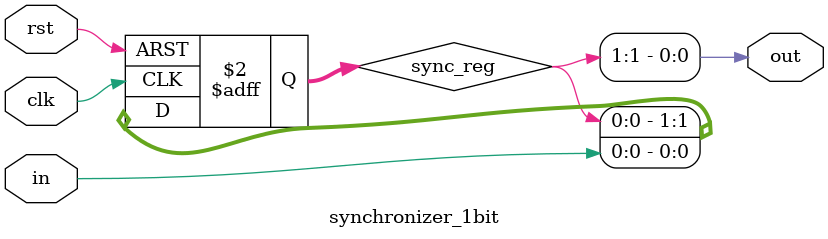
<source format=v>

module receiver #(
    parameter DATA_BITS = 32
)(
    input clk, rst, stb,
    input [DATA_BITS-1:0] data,  // Added the data input
    output [DATA_BITS-1:0] data_out,
    output ack, valid
);

    reg [DATA_BITS-1:0] data_reg;
    reg ack_reg, valid_reg;
    wire stb_selected;

    // Synchronizer for stb signal
    wire stb_sync;
    synchronizer_1bit sync1 (clk, rst, stb, stb_sync);
    assign stb_selected = stb_sync;

    // Latch data into register on stb signal assertion
    always @(posedge clk or posedge rst) begin
        if (rst) begin
            data_reg <= 0;
        end else if (stb_selected) begin
            data_reg <= data;
        end
    end

    // Connect data_out to stored data value
    assign data_out = data_reg;

    // Acknowledge signal
    always @(posedge clk or posedge rst) begin
        if (rst) begin
            ack_reg <= 1'b0;
        end else if (stb_selected) begin
            ack_reg <= 1'b1;
        end
    end
    assign ack = ack_reg;

    // Valid signal
    always @(posedge clk or posedge rst) begin
        if (rst) begin
            valid_reg <= 1'b0;
        end else if (ack_reg) begin
            valid_reg <= 1'b1;
        end
    end
    assign valid = valid_reg;

endmodule
module synchronizer_1bit (
    input clk, rst, in,
    output out
);

    reg [1:0] sync_reg;

    always @(posedge clk or posedge rst) begin
        if (rst) begin
            sync_reg <= 2'b00;
        end else begin
            sync_reg <= {sync_reg[0], in};
        end
    end

    assign out = sync_reg[1];

endmodule
</source>
